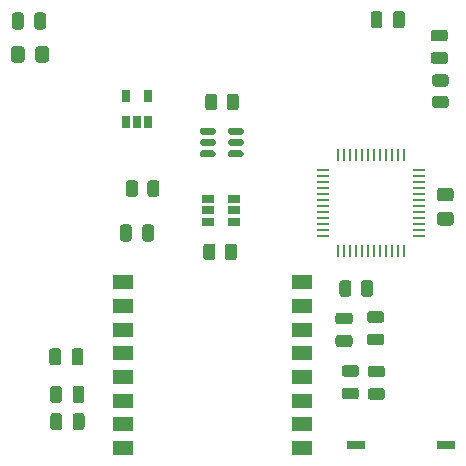
<source format=gtp>
G04 #@! TF.GenerationSoftware,KiCad,Pcbnew,5.1.7-a382d34a8~88~ubuntu18.04.1*
G04 #@! TF.CreationDate,2021-12-09T23:06:50+05:30*
G04 #@! TF.ProjectId,FrontEnd_switch_Normal_v2,46726f6e-7445-46e6-945f-737769746368,rev?*
G04 #@! TF.SameCoordinates,Original*
G04 #@! TF.FileFunction,Paste,Top*
G04 #@! TF.FilePolarity,Positive*
%FSLAX46Y46*%
G04 Gerber Fmt 4.6, Leading zero omitted, Abs format (unit mm)*
G04 Created by KiCad (PCBNEW 5.1.7-a382d34a8~88~ubuntu18.04.1) date 2021-12-09 23:06:50*
%MOMM*%
%LPD*%
G01*
G04 APERTURE LIST*
%ADD10R,1.000000X0.230000*%
%ADD11R,0.230000X1.000000*%
%ADD12R,1.600000X0.760000*%
%ADD13R,0.650000X1.060000*%
%ADD14R,1.700000X1.200000*%
%ADD15R,1.060000X0.650000*%
G04 APERTURE END LIST*
G36*
G01*
X114301000Y-92545200D02*
X114301000Y-92727600D01*
G75*
G02*
X114107200Y-92921400I-193800J0D01*
G01*
X113144800Y-92921400D01*
G75*
G02*
X112951000Y-92727600I0J193800D01*
G01*
X112951000Y-92545200D01*
G75*
G02*
X113144800Y-92351400I193800J0D01*
G01*
X114107200Y-92351400D01*
G75*
G02*
X114301000Y-92545200I0J-193800D01*
G01*
G37*
G36*
G01*
X114301000Y-91595200D02*
X114301000Y-91777600D01*
G75*
G02*
X114107200Y-91971400I-193800J0D01*
G01*
X113144800Y-91971400D01*
G75*
G02*
X112951000Y-91777600I0J193800D01*
G01*
X112951000Y-91595200D01*
G75*
G02*
X113144800Y-91401400I193800J0D01*
G01*
X114107200Y-91401400D01*
G75*
G02*
X114301000Y-91595200I0J-193800D01*
G01*
G37*
G36*
G01*
X114301000Y-90645200D02*
X114301000Y-90827600D01*
G75*
G02*
X114107200Y-91021400I-193800J0D01*
G01*
X113144800Y-91021400D01*
G75*
G02*
X112951000Y-90827600I0J193800D01*
G01*
X112951000Y-90645200D01*
G75*
G02*
X113144800Y-90451400I193800J0D01*
G01*
X114107200Y-90451400D01*
G75*
G02*
X114301000Y-90645200I0J-193800D01*
G01*
G37*
G36*
G01*
X116671000Y-90645200D02*
X116671000Y-90827600D01*
G75*
G02*
X116477200Y-91021400I-193800J0D01*
G01*
X115514800Y-91021400D01*
G75*
G02*
X115321000Y-90827600I0J193800D01*
G01*
X115321000Y-90645200D01*
G75*
G02*
X115514800Y-90451400I193800J0D01*
G01*
X116477200Y-90451400D01*
G75*
G02*
X116671000Y-90645200I0J-193800D01*
G01*
G37*
G36*
G01*
X116671000Y-91595200D02*
X116671000Y-91777600D01*
G75*
G02*
X116477200Y-91971400I-193800J0D01*
G01*
X115514800Y-91971400D01*
G75*
G02*
X115321000Y-91777600I0J193800D01*
G01*
X115321000Y-91595200D01*
G75*
G02*
X115514800Y-91401400I193800J0D01*
G01*
X116477200Y-91401400D01*
G75*
G02*
X116671000Y-91595200I0J-193800D01*
G01*
G37*
G36*
G01*
X116671000Y-92545200D02*
X116671000Y-92727600D01*
G75*
G02*
X116477200Y-92921400I-193800J0D01*
G01*
X115514800Y-92921400D01*
G75*
G02*
X115321000Y-92727600I0J193800D01*
G01*
X115321000Y-92545200D01*
G75*
G02*
X115514800Y-92351400I193800J0D01*
G01*
X116477200Y-92351400D01*
G75*
G02*
X116671000Y-92545200I0J-193800D01*
G01*
G37*
G36*
G01*
X133293999Y-97568100D02*
X134194001Y-97568100D01*
G75*
G02*
X134444000Y-97818099I0J-249999D01*
G01*
X134444000Y-98468101D01*
G75*
G02*
X134194001Y-98718100I-249999J0D01*
G01*
X133293999Y-98718100D01*
G75*
G02*
X133044000Y-98468101I0J249999D01*
G01*
X133044000Y-97818099D01*
G75*
G02*
X133293999Y-97568100I249999J0D01*
G01*
G37*
G36*
G01*
X133293999Y-95518100D02*
X134194001Y-95518100D01*
G75*
G02*
X134444000Y-95768099I0J-249999D01*
G01*
X134444000Y-96418101D01*
G75*
G02*
X134194001Y-96668100I-249999J0D01*
G01*
X133293999Y-96668100D01*
G75*
G02*
X133044000Y-96418101I0J249999D01*
G01*
X133044000Y-95768099D01*
G75*
G02*
X133293999Y-95518100I249999J0D01*
G01*
G37*
G36*
G01*
X99035000Y-84678901D02*
X99035000Y-83778899D01*
G75*
G02*
X99284999Y-83528900I249999J0D01*
G01*
X99935001Y-83528900D01*
G75*
G02*
X100185000Y-83778899I0J-249999D01*
G01*
X100185000Y-84678901D01*
G75*
G02*
X99935001Y-84928900I-249999J0D01*
G01*
X99284999Y-84928900D01*
G75*
G02*
X99035000Y-84678901I0J249999D01*
G01*
G37*
G36*
G01*
X96985000Y-84678901D02*
X96985000Y-83778899D01*
G75*
G02*
X97234999Y-83528900I249999J0D01*
G01*
X97885001Y-83528900D01*
G75*
G02*
X98135000Y-83778899I0J-249999D01*
G01*
X98135000Y-84678901D01*
G75*
G02*
X97885001Y-84928900I-249999J0D01*
G01*
X97234999Y-84928900D01*
G75*
G02*
X96985000Y-84678901I0J249999D01*
G01*
G37*
G36*
G01*
X114449000Y-87802299D02*
X114449000Y-88702301D01*
G75*
G02*
X114199001Y-88952300I-249999J0D01*
G01*
X113673999Y-88952300D01*
G75*
G02*
X113424000Y-88702301I0J249999D01*
G01*
X113424000Y-87802299D01*
G75*
G02*
X113673999Y-87552300I249999J0D01*
G01*
X114199001Y-87552300D01*
G75*
G02*
X114449000Y-87802299I0J-249999D01*
G01*
G37*
G36*
G01*
X116274000Y-87802299D02*
X116274000Y-88702301D01*
G75*
G02*
X116024001Y-88952300I-249999J0D01*
G01*
X115498999Y-88952300D01*
G75*
G02*
X115249000Y-88702301I0J249999D01*
G01*
X115249000Y-87802299D01*
G75*
G02*
X115498999Y-87552300I249999J0D01*
G01*
X116024001Y-87552300D01*
G75*
G02*
X116274000Y-87802299I0J-249999D01*
G01*
G37*
G36*
G01*
X114284000Y-100494999D02*
X114284000Y-101395001D01*
G75*
G02*
X114034001Y-101645000I-249999J0D01*
G01*
X113508999Y-101645000D01*
G75*
G02*
X113259000Y-101395001I0J249999D01*
G01*
X113259000Y-100494999D01*
G75*
G02*
X113508999Y-100245000I249999J0D01*
G01*
X114034001Y-100245000D01*
G75*
G02*
X114284000Y-100494999I0J-249999D01*
G01*
G37*
G36*
G01*
X116109000Y-100494999D02*
X116109000Y-101395001D01*
G75*
G02*
X115859001Y-101645000I-249999J0D01*
G01*
X115333999Y-101645000D01*
G75*
G02*
X115084000Y-101395001I0J249999D01*
G01*
X115084000Y-100494999D01*
G75*
G02*
X115333999Y-100245000I249999J0D01*
G01*
X115859001Y-100245000D01*
G75*
G02*
X116109000Y-100494999I0J-249999D01*
G01*
G37*
G36*
G01*
X125800000Y-103598999D02*
X125800000Y-104499001D01*
G75*
G02*
X125550001Y-104749000I-249999J0D01*
G01*
X125024999Y-104749000D01*
G75*
G02*
X124775000Y-104499001I0J249999D01*
G01*
X124775000Y-103598999D01*
G75*
G02*
X125024999Y-103349000I249999J0D01*
G01*
X125550001Y-103349000D01*
G75*
G02*
X125800000Y-103598999I0J-249999D01*
G01*
G37*
G36*
G01*
X127625000Y-103598999D02*
X127625000Y-104499001D01*
G75*
G02*
X127375001Y-104749000I-249999J0D01*
G01*
X126849999Y-104749000D01*
G75*
G02*
X126600000Y-104499001I0J249999D01*
G01*
X126600000Y-103598999D01*
G75*
G02*
X126849999Y-103349000I249999J0D01*
G01*
X127375001Y-103349000D01*
G75*
G02*
X127625000Y-103598999I0J-249999D01*
G01*
G37*
G36*
G01*
X132881999Y-87743600D02*
X133782001Y-87743600D01*
G75*
G02*
X134032000Y-87993599I0J-249999D01*
G01*
X134032000Y-88518601D01*
G75*
G02*
X133782001Y-88768600I-249999J0D01*
G01*
X132881999Y-88768600D01*
G75*
G02*
X132632000Y-88518601I0J249999D01*
G01*
X132632000Y-87993599D01*
G75*
G02*
X132881999Y-87743600I249999J0D01*
G01*
G37*
G36*
G01*
X132881999Y-85918600D02*
X133782001Y-85918600D01*
G75*
G02*
X134032000Y-86168599I0J-249999D01*
G01*
X134032000Y-86693601D01*
G75*
G02*
X133782001Y-86943600I-249999J0D01*
G01*
X132881999Y-86943600D01*
G75*
G02*
X132632000Y-86693601I0J249999D01*
G01*
X132632000Y-86168599D01*
G75*
G02*
X132881999Y-85918600I249999J0D01*
G01*
G37*
G36*
G01*
X107723000Y-95135299D02*
X107723000Y-96035301D01*
G75*
G02*
X107473001Y-96285300I-249999J0D01*
G01*
X106947999Y-96285300D01*
G75*
G02*
X106698000Y-96035301I0J249999D01*
G01*
X106698000Y-95135299D01*
G75*
G02*
X106947999Y-94885300I249999J0D01*
G01*
X107473001Y-94885300D01*
G75*
G02*
X107723000Y-95135299I0J-249999D01*
G01*
G37*
G36*
G01*
X109548000Y-95135299D02*
X109548000Y-96035301D01*
G75*
G02*
X109298001Y-96285300I-249999J0D01*
G01*
X108772999Y-96285300D01*
G75*
G02*
X108523000Y-96035301I0J249999D01*
G01*
X108523000Y-95135299D01*
G75*
G02*
X108772999Y-94885300I249999J0D01*
G01*
X109298001Y-94885300D01*
G75*
G02*
X109548000Y-95135299I0J-249999D01*
G01*
G37*
G36*
G01*
X102108000Y-110307000D02*
X102108000Y-109357000D01*
G75*
G02*
X102358000Y-109107000I250000J0D01*
G01*
X102858000Y-109107000D01*
G75*
G02*
X103108000Y-109357000I0J-250000D01*
G01*
X103108000Y-110307000D01*
G75*
G02*
X102858000Y-110557000I-250000J0D01*
G01*
X102358000Y-110557000D01*
G75*
G02*
X102108000Y-110307000I0J250000D01*
G01*
G37*
G36*
G01*
X100208000Y-110307000D02*
X100208000Y-109357000D01*
G75*
G02*
X100458000Y-109107000I250000J0D01*
G01*
X100958000Y-109107000D01*
G75*
G02*
X101208000Y-109357000I0J-250000D01*
G01*
X101208000Y-110307000D01*
G75*
G02*
X100958000Y-110557000I-250000J0D01*
G01*
X100458000Y-110557000D01*
G75*
G02*
X100208000Y-110307000I0J250000D01*
G01*
G37*
G36*
G01*
X102205000Y-115794000D02*
X102205000Y-114844000D01*
G75*
G02*
X102455000Y-114594000I250000J0D01*
G01*
X102955000Y-114594000D01*
G75*
G02*
X103205000Y-114844000I0J-250000D01*
G01*
X103205000Y-115794000D01*
G75*
G02*
X102955000Y-116044000I-250000J0D01*
G01*
X102455000Y-116044000D01*
G75*
G02*
X102205000Y-115794000I0J250000D01*
G01*
G37*
G36*
G01*
X100305000Y-115794000D02*
X100305000Y-114844000D01*
G75*
G02*
X100555000Y-114594000I250000J0D01*
G01*
X101055000Y-114594000D01*
G75*
G02*
X101305000Y-114844000I0J-250000D01*
G01*
X101305000Y-115794000D01*
G75*
G02*
X101055000Y-116044000I-250000J0D01*
G01*
X100555000Y-116044000D01*
G75*
G02*
X100305000Y-115794000I0J250000D01*
G01*
G37*
G36*
G01*
X129317000Y-81762600D02*
X129317000Y-80812600D01*
G75*
G02*
X129567000Y-80562600I250000J0D01*
G01*
X130067000Y-80562600D01*
G75*
G02*
X130317000Y-80812600I0J-250000D01*
G01*
X130317000Y-81762600D01*
G75*
G02*
X130067000Y-82012600I-250000J0D01*
G01*
X129567000Y-82012600D01*
G75*
G02*
X129317000Y-81762600I0J250000D01*
G01*
G37*
G36*
G01*
X127417000Y-81762600D02*
X127417000Y-80812600D01*
G75*
G02*
X127667000Y-80562600I250000J0D01*
G01*
X128167000Y-80562600D01*
G75*
G02*
X128417000Y-80812600I0J-250000D01*
G01*
X128417000Y-81762600D01*
G75*
G02*
X128167000Y-82012600I-250000J0D01*
G01*
X127667000Y-82012600D01*
G75*
G02*
X127417000Y-81762600I0J250000D01*
G01*
G37*
G36*
G01*
X108105000Y-99819500D02*
X108105000Y-98869500D01*
G75*
G02*
X108355000Y-98619500I250000J0D01*
G01*
X108855000Y-98619500D01*
G75*
G02*
X109105000Y-98869500I0J-250000D01*
G01*
X109105000Y-99819500D01*
G75*
G02*
X108855000Y-100069500I-250000J0D01*
G01*
X108355000Y-100069500D01*
G75*
G02*
X108105000Y-99819500I0J250000D01*
G01*
G37*
G36*
G01*
X106205000Y-99819500D02*
X106205000Y-98869500D01*
G75*
G02*
X106455000Y-98619500I250000J0D01*
G01*
X106955000Y-98619500D01*
G75*
G02*
X107205000Y-98869500I0J-250000D01*
G01*
X107205000Y-99819500D01*
G75*
G02*
X106955000Y-100069500I-250000J0D01*
G01*
X106455000Y-100069500D01*
G75*
G02*
X106205000Y-99819500I0J250000D01*
G01*
G37*
G36*
G01*
X126175000Y-111534000D02*
X125225000Y-111534000D01*
G75*
G02*
X124975000Y-111284000I0J250000D01*
G01*
X124975000Y-110784000D01*
G75*
G02*
X125225000Y-110534000I250000J0D01*
G01*
X126175000Y-110534000D01*
G75*
G02*
X126425000Y-110784000I0J-250000D01*
G01*
X126425000Y-111284000D01*
G75*
G02*
X126175000Y-111534000I-250000J0D01*
G01*
G37*
G36*
G01*
X126175000Y-113434000D02*
X125225000Y-113434000D01*
G75*
G02*
X124975000Y-113184000I0J250000D01*
G01*
X124975000Y-112684000D01*
G75*
G02*
X125225000Y-112434000I250000J0D01*
G01*
X126175000Y-112434000D01*
G75*
G02*
X126425000Y-112684000I0J-250000D01*
G01*
X126425000Y-113184000D01*
G75*
G02*
X126175000Y-113434000I-250000J0D01*
G01*
G37*
G36*
G01*
X124699000Y-107991000D02*
X125649000Y-107991000D01*
G75*
G02*
X125899000Y-108241000I0J-250000D01*
G01*
X125899000Y-108741000D01*
G75*
G02*
X125649000Y-108991000I-250000J0D01*
G01*
X124699000Y-108991000D01*
G75*
G02*
X124449000Y-108741000I0J250000D01*
G01*
X124449000Y-108241000D01*
G75*
G02*
X124699000Y-107991000I250000J0D01*
G01*
G37*
G36*
G01*
X124699000Y-106091000D02*
X125649000Y-106091000D01*
G75*
G02*
X125899000Y-106341000I0J-250000D01*
G01*
X125899000Y-106841000D01*
G75*
G02*
X125649000Y-107091000I-250000J0D01*
G01*
X124699000Y-107091000D01*
G75*
G02*
X124449000Y-106841000I0J250000D01*
G01*
X124449000Y-106341000D01*
G75*
G02*
X124699000Y-106091000I250000J0D01*
G01*
G37*
G36*
G01*
X128387000Y-111574000D02*
X127437000Y-111574000D01*
G75*
G02*
X127187000Y-111324000I0J250000D01*
G01*
X127187000Y-110824000D01*
G75*
G02*
X127437000Y-110574000I250000J0D01*
G01*
X128387000Y-110574000D01*
G75*
G02*
X128637000Y-110824000I0J-250000D01*
G01*
X128637000Y-111324000D01*
G75*
G02*
X128387000Y-111574000I-250000J0D01*
G01*
G37*
G36*
G01*
X128387000Y-113474000D02*
X127437000Y-113474000D01*
G75*
G02*
X127187000Y-113224000I0J250000D01*
G01*
X127187000Y-112724000D01*
G75*
G02*
X127437000Y-112474000I250000J0D01*
G01*
X128387000Y-112474000D01*
G75*
G02*
X128637000Y-112724000I0J-250000D01*
G01*
X128637000Y-113224000D01*
G75*
G02*
X128387000Y-113474000I-250000J0D01*
G01*
G37*
G36*
G01*
X127371000Y-107867000D02*
X128321000Y-107867000D01*
G75*
G02*
X128571000Y-108117000I0J-250000D01*
G01*
X128571000Y-108617000D01*
G75*
G02*
X128321000Y-108867000I-250000J0D01*
G01*
X127371000Y-108867000D01*
G75*
G02*
X127121000Y-108617000I0J250000D01*
G01*
X127121000Y-108117000D01*
G75*
G02*
X127371000Y-107867000I250000J0D01*
G01*
G37*
G36*
G01*
X127371000Y-105967000D02*
X128321000Y-105967000D01*
G75*
G02*
X128571000Y-106217000I0J-250000D01*
G01*
X128571000Y-106717000D01*
G75*
G02*
X128321000Y-106967000I-250000J0D01*
G01*
X127371000Y-106967000D01*
G75*
G02*
X127121000Y-106717000I0J250000D01*
G01*
X127121000Y-106217000D01*
G75*
G02*
X127371000Y-105967000I250000J0D01*
G01*
G37*
G36*
G01*
X102187000Y-113497000D02*
X102187000Y-112547000D01*
G75*
G02*
X102437000Y-112297000I250000J0D01*
G01*
X102937000Y-112297000D01*
G75*
G02*
X103187000Y-112547000I0J-250000D01*
G01*
X103187000Y-113497000D01*
G75*
G02*
X102937000Y-113747000I-250000J0D01*
G01*
X102437000Y-113747000D01*
G75*
G02*
X102187000Y-113497000I0J250000D01*
G01*
G37*
G36*
G01*
X100287000Y-113497000D02*
X100287000Y-112547000D01*
G75*
G02*
X100537000Y-112297000I250000J0D01*
G01*
X101037000Y-112297000D01*
G75*
G02*
X101287000Y-112547000I0J-250000D01*
G01*
X101287000Y-113497000D01*
G75*
G02*
X101037000Y-113747000I-250000J0D01*
G01*
X100537000Y-113747000D01*
G75*
G02*
X100287000Y-113497000I0J250000D01*
G01*
G37*
G36*
G01*
X132758000Y-84031200D02*
X133708000Y-84031200D01*
G75*
G02*
X133958000Y-84281200I0J-250000D01*
G01*
X133958000Y-84781200D01*
G75*
G02*
X133708000Y-85031200I-250000J0D01*
G01*
X132758000Y-85031200D01*
G75*
G02*
X132508000Y-84781200I0J250000D01*
G01*
X132508000Y-84281200D01*
G75*
G02*
X132758000Y-84031200I250000J0D01*
G01*
G37*
G36*
G01*
X132758000Y-82131200D02*
X133708000Y-82131200D01*
G75*
G02*
X133958000Y-82381200I0J-250000D01*
G01*
X133958000Y-82881200D01*
G75*
G02*
X133708000Y-83131200I-250000J0D01*
G01*
X132758000Y-83131200D01*
G75*
G02*
X132508000Y-82881200I0J250000D01*
G01*
X132508000Y-82381200D01*
G75*
G02*
X132758000Y-82131200I250000J0D01*
G01*
G37*
G36*
G01*
X98941000Y-81869300D02*
X98941000Y-80919300D01*
G75*
G02*
X99191000Y-80669300I250000J0D01*
G01*
X99691000Y-80669300D01*
G75*
G02*
X99941000Y-80919300I0J-250000D01*
G01*
X99941000Y-81869300D01*
G75*
G02*
X99691000Y-82119300I-250000J0D01*
G01*
X99191000Y-82119300D01*
G75*
G02*
X98941000Y-81869300I0J250000D01*
G01*
G37*
G36*
G01*
X97041000Y-81869300D02*
X97041000Y-80919300D01*
G75*
G02*
X97291000Y-80669300I250000J0D01*
G01*
X97791000Y-80669300D01*
G75*
G02*
X98041000Y-80919300I0J-250000D01*
G01*
X98041000Y-81869300D01*
G75*
G02*
X97791000Y-82119300I-250000J0D01*
G01*
X97291000Y-82119300D01*
G75*
G02*
X97041000Y-81869300I0J250000D01*
G01*
G37*
D10*
X131559000Y-99133700D03*
D11*
X130289000Y-92783700D03*
X129781000Y-92783700D03*
X129273000Y-92783700D03*
X128765000Y-92783700D03*
X128257000Y-92783700D03*
X127749000Y-92783700D03*
X127241000Y-92783700D03*
X126733000Y-92783700D03*
X126225000Y-92783700D03*
X125717000Y-92783700D03*
X125209000Y-92783700D03*
X124701000Y-92783700D03*
D10*
X123431000Y-94053700D03*
X123431000Y-94561700D03*
X123431000Y-95577700D03*
X123431000Y-96085700D03*
X123431000Y-96593700D03*
X123431000Y-97101700D03*
X123431000Y-97609700D03*
X123431000Y-98117700D03*
X123431000Y-98625700D03*
X123431000Y-99133700D03*
X123431000Y-99641700D03*
D11*
X125209000Y-100911700D03*
X125717000Y-100911700D03*
X126225000Y-100911700D03*
X126733000Y-100911700D03*
X127241000Y-100911700D03*
X127749000Y-100911700D03*
X128257000Y-100911700D03*
X128765000Y-100911700D03*
X129273000Y-100911700D03*
X129781000Y-100911700D03*
X130289000Y-100911700D03*
D10*
X131559000Y-99641700D03*
X131559000Y-98625700D03*
X131559000Y-98117700D03*
X131559000Y-97609700D03*
X131559000Y-97101700D03*
X131559000Y-96593700D03*
X131559000Y-96085700D03*
X131559000Y-95577700D03*
X131559000Y-95069700D03*
X131559000Y-94561700D03*
X131559000Y-94053700D03*
D11*
X124701000Y-100911700D03*
D10*
X123431000Y-95069700D03*
D12*
X133764000Y-117282000D03*
X126144000Y-117282000D03*
D13*
X106705000Y-87756800D03*
X108605000Y-87756800D03*
X108605000Y-89956800D03*
X107655000Y-89956800D03*
X106705000Y-89956800D03*
D14*
X106426000Y-103533000D03*
X106426000Y-105533000D03*
X106426000Y-107533000D03*
X106426000Y-109533000D03*
X106426000Y-111533000D03*
X106426000Y-113533000D03*
X106426000Y-115533000D03*
X106426000Y-117533000D03*
X121656000Y-117533000D03*
X121656000Y-115533000D03*
X121656000Y-113533000D03*
X121656000Y-111533000D03*
X121656000Y-109533000D03*
X121656000Y-107533000D03*
X121656000Y-105533000D03*
X121656000Y-103533000D03*
D15*
X113655000Y-96481900D03*
X113655000Y-97431900D03*
X113655000Y-98381900D03*
X115855000Y-98381900D03*
X115855000Y-96481900D03*
X115855000Y-97431900D03*
M02*

</source>
